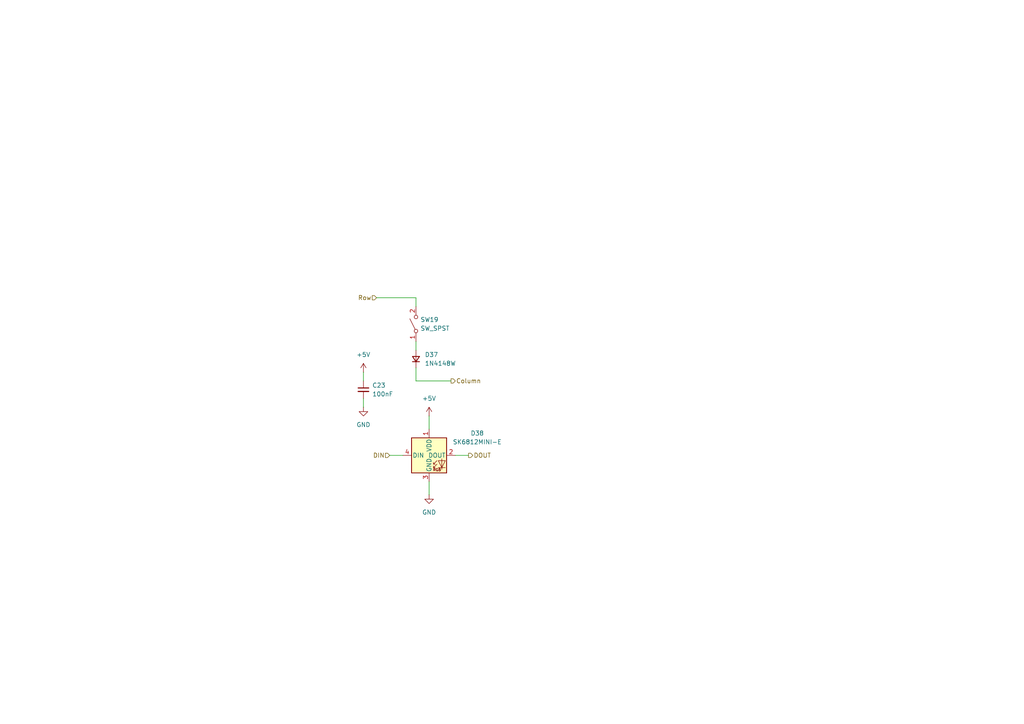
<source format=kicad_sch>
(kicad_sch (version 20250114) (generator "eeschema") (generator_version "9.0")
  (paper "A4")
  (lib_symbols
    (symbol "Device:C_Small" (pin_numbers (hide yes)) (pin_names (offset 0.254) (hide yes))
      (property "Reference" "C" (at 0.254 1.778 0))
      (property "Value" "C_Small" (at 0.254 -2.032 0))
      (symbol "C_Small_0_1"
        (polyline (pts (xy -1.524 0.508) (xy 1.524 0.508)) (stroke (width 0.3048)))
        (polyline (pts (xy -1.524 -0.508) (xy 1.524 -0.508)) (stroke (width 0.3302)))
      )
      (symbol "C_Small_1_1"
        (pin passive line (at 0 2.54 270) (length 2.032) (name "~") (number "1"))
        (pin passive line (at 0 -2.54 90) (length 2.032) (name "~") (number "2"))
      )
    )
    (symbol "Device:D_Small" (pin_numbers (hide yes)) (pin_names (offset 0.254) (hide yes))
      (property "Reference" "D" (at -1.27 2.032 0))
      (property "Value" "D_Small" (at -3.81 -2.032 0))
      (symbol "D_Small_0_1"
        (polyline (pts (xy -0.762 0) (xy 0.762 0)))
        (polyline (pts (xy -0.762 -1.016) (xy -0.762 1.016)) (stroke (width 0.254)))
        (polyline (pts (xy 0.762 -1.016) (xy -0.762 0) (xy 0.762 1.016) (xy 0.762 -1.016)) (stroke (width 0.254)))
      )
      (symbol "D_Small_1_1"
        (pin passive line (at -2.54 0 0) (length 1.778) (name "K") (number "1"))
        (pin passive line (at 2.54 0 180) (length 1.778) (name "A") (number "2"))
      )
    )
    (symbol "SW-Adafruit:SK6812MINI-E" (pin_names (offset 0.254))
      (property "Reference" "D" (at 5.08 5.715 0))
      (property "Value" "SK6812MINI-E" (at 1.27 -5.715 0))
      (symbol "SK6812MINI-E_0_0"
        (text "RGB" (at 2.286 -4.191 0) (effects (font (size 0.762 0.762))))
      )
      (symbol "SK6812MINI-E_0_1"
        (polyline (pts (xy 1.27 -2.54) (xy 1.778 -2.54)))
        (polyline (pts (xy 1.27 -3.556) (xy 1.778 -3.556)))
        (polyline (pts (xy 2.286 -1.524) (xy 1.27 -2.54) (xy 1.27 -2.032)))
        (polyline (pts (xy 2.286 -2.54) (xy 1.27 -3.556) (xy 1.27 -3.048)))
        (polyline (pts (xy 3.683 -1.016) (xy 3.683 -3.556) (xy 3.683 -4.064)))
        (polyline (pts (xy 4.699 -1.524) (xy 2.667 -1.524) (xy 3.683 -3.556) (xy 4.699 -1.524)))
        (polyline (pts (xy 4.699 -3.556) (xy 2.667 -3.556)))
        (rectangle (start 5.08 5.08) (end -5.08 -5.08) (stroke (width 0.254)) (fill (type background)))
      )
      (symbol "SK6812MINI-E_1_1"
        (pin input line (at -7.62 0 0) (length 2.54) (name "DIN") (number "4"))
        (pin power_in line (at 0 7.62 270) (length 2.54) (name "VDD") (number "1"))
        (pin power_in line (at 0 -7.62 90) (length 2.54) (name "GND") (number "3"))
        (pin output line (at 7.62 0 180) (length 2.54) (name "DOUT") (number "2"))
      )
    )
    (symbol "Switch:SW_SPST" (pin_names (offset 0) (hide yes))
      (property "Reference" "SW" (at 0 3.175 0))
      (property "Value" "SW_SPST" (at 0 -2.54 0))
      (symbol "SW_SPST_0_0"
        (circle (center -2.032 0) (radius 0.508))
        (polyline (pts (xy -1.524 0.254) (xy 1.524 1.778)))
        (circle (center 2.032 0) (radius 0.508))
      )
      (symbol "SW_SPST_1_1"
        (pin passive line (at -5.08 0 0) (length 2.54) (name "A") (number "1"))
        (pin passive line (at 5.08 0 180) (length 2.54) (name "B") (number "2"))
      )
    )
    (symbol "power:+5V" (power) (pin_numbers (hide yes)) (pin_names (offset 0) (hide yes))
      (property "Value" "+5V" (at 0 3.556 0))
      (symbol "+5V_0_1"
        (polyline (pts (xy -0.762 1.27) (xy 0 2.54)))
        (polyline (pts (xy 0 2.54) (xy 0.762 1.27)))
        (polyline (pts (xy 0 0) (xy 0 2.54)))
      )
      (symbol "+5V_1_1"
        (pin power_in line (at 0 0 90) (length 0) (name "~") (number "1"))
      )
    )
    (symbol "power:GND" (power) (pin_numbers (hide yes)) (pin_names (offset 0) (hide yes))
      (property "Value" "GND" (at 0 -3.81 0))
      (symbol "GND_0_1"
        (polyline (pts (xy 0 0) (xy 0 -1.27) (xy 1.27 -1.27) (xy 0 -2.54) (xy -1.27 -1.27) (xy 0 -1.27)))
      )
      (symbol "GND_1_1"
        (pin power_in line (at 0 0 270) (length 0) (name "~") (number "1"))
      )
    )
  )
  (wire (pts (xy 120.65 86.36) (xy 120.65 88.9)))
  (wire (pts (xy 120.65 110.49) (xy 130.81 110.49)))
  (wire (pts (xy 120.65 99.06) (xy 120.65 101.6)))
  (wire (pts (xy 132.08 132.08) (xy 135.89 132.08)))
  (wire (pts (xy 109.22 86.36) (xy 120.65 86.36)))
  (wire (pts (xy 113.03 132.08) (xy 116.84 132.08)))
  (wire (pts (xy 124.46 139.7) (xy 124.46 143.51)))
  (wire (pts (xy 124.46 120.65) (xy 124.46 124.46)))
  (wire (pts (xy 105.41 115.57) (xy 105.41 118.11)))
  (wire (pts (xy 105.41 107.95) (xy 105.41 110.49)))
  (wire (pts (xy 120.65 106.68) (xy 120.65 110.49)))
  (hierarchical_label "DOUT" (shape output) (at 135.89 132.08 0))
  (hierarchical_label "Column" (shape output) (at 130.81 110.49 0))
  (hierarchical_label "DIN" (shape input) (at 113.03 132.08 180))
  (hierarchical_label "Row" (shape input) (at 109.22 86.36 180))
  (symbol (lib_id "Device:D_Small") (at 120.65 104.14 90) (unit 1)
    (property "Reference" "D55" (at 123.19 102.8699 90) (effects (justify right)))
    (property "Value" "1N4148W" (at 123.19 105.4099 90) (effects (justify right)))
    (property "Footprint" "Diode_SMD:D_SOD-123" (effects (hide yes)))
    (property "Description" "Diode, small symbol" (effects (hide yes)))
    (property "Sim.Device" "D" (effects (hide yes)))
    (property "Sim.Pins" "1=K 2=A" (effects (hide yes)))
    (instances (project "" (path "" (reference "D37") (unit 1)) (path "" (reference "D55") (unit 1))))
  )
  (symbol (lib_id "Switch:SW_SPST") (at 120.65 93.98 90) (unit 1)
    (property "Reference" "SW28" (at 121.92 92.7099 90) (effects (justify right)))
    (property "Value" "SW_SPST" (at 121.92 95.2499 90) (effects (justify right)))
    (property "Footprint" "PCM_Switch_Keyboard_Hotswap_Kailh:SW_Hotswap_Kailh_MX_1.75u" (effects (hide yes)))
    (property "Description" "Single Pole Single Throw (SPST) switch" (effects (hide yes)))
    (instances (project "" (path "" (reference "SW19") (unit 1)) (path "" (reference "SW28") (unit 1))))
  )
  (symbol (lib_id "SW-Adafruit:SK6812MINI-E") (at 124.46 132.08 0) (unit 1)
    (property "Reference" "D56" (at 138.43 125.6598 0))
    (property "Value" "SK6812MINI-E" (at 138.43 128.1998 0))
    (property "Footprint" "SW-Adafruit:LED_SK6812MINI-E_REVERSE_MOUNT_3.2x2.8mm_P1.09mm" (effects (hide yes)))
    (property "Datasheet" "https://cdn-shop.adafruit.com/product-files/4960/4960_SK6812MINI-E_REV02_EN.pdf" (effects (hide yes)))
    (property "Description" "RGB LED with integrated controller" (effects (hide yes)))
    (instances (project "" (path "" (reference "D38") (unit 1)) (path "" (reference "D56") (unit 1))))
  )
  (symbol (lib_id "power:GND") (at 124.46 143.51 0) (unit 1)
    (property "Reference" "#PWR0128" (effects (hide yes)))
    (property "Value" "GND" (at 124.46 148.59 0))
    (property "Description" "Power symbol creates a global label with name \"GND\" , ground" (effects (hide yes)))
    (instances (project "" (path "" (reference "#PWR092") (unit 1)) (path "" (reference "#PWR0128") (unit 1))))
  )
  (symbol (lib_id "Device:C_Small") (at 105.41 113.03 0) (unit 1)
    (property "Reference" "C32" (at 107.95 111.7662 0) (effects (justify left)))
    (property "Value" "100nF" (at 107.95 114.3062 0) (effects (justify left)))
    (property "Footprint" "Capacitor_SMD:C_0805_2012Metric_Pad1.18x1.45mm_HandSolder" (effects (hide yes)))
    (property "Description" "Unpolarized capacitor, small symbol" (effects (hide yes)))
    (instances (project "row_staggered_split_keyboard_left_side" (path "" (reference "C23") (unit 1)) (path "" (reference "C32") (unit 1))))
  )
  (symbol (lib_id "power:+5V") (at 105.41 107.95 0) (unit 1)
    (property "Reference" "#PWR0125" (effects (hide yes)))
    (property "Value" "+5V" (at 105.41 102.87 0))
    (property "Description" "Power symbol creates a global label with name \"+5V\"" (effects (hide yes)))
    (instances (project "row_staggered_split_keyboard_left_side" (path "" (reference "#PWR089") (unit 1)) (path "" (reference "#PWR0125") (unit 1))))
  )
  (symbol (lib_id "power:GND") (at 105.41 118.11 0) (unit 1)
    (property "Reference" "#PWR0126" (effects (hide yes)))
    (property "Value" "GND" (at 105.41 123.19 0))
    (property "Description" "Power symbol creates a global label with name \"GND\" , ground" (effects (hide yes)))
    (instances (project "row_staggered_split_keyboard_left_side" (path "" (reference "#PWR090") (unit 1)) (path "" (reference "#PWR0126") (unit 1))))
  )
  (symbol (lib_id "power:+5V") (at 124.46 120.65 0) (unit 1)
    (property "Reference" "#PWR0127" (effects (hide yes)))
    (property "Value" "+5V" (at 124.46 115.57 0))
    (property "Description" "Power symbol creates a global label with name \"+5V\"" (effects (hide yes)))
    (instances (project "" (path "" (reference "#PWR091") (unit 1)) (path "" (reference "#PWR0127") (unit 1))))
  )
)
</source>
